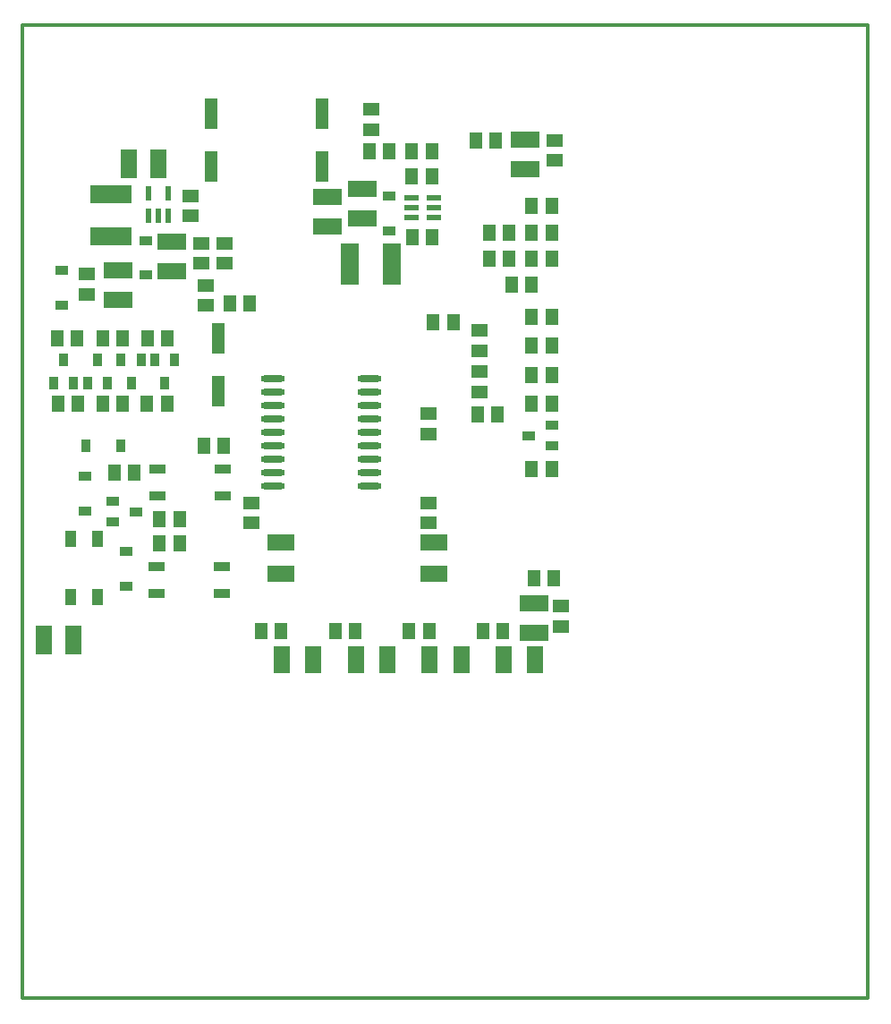
<source format=gtp>
G04 Layer_Color=8421504*
%FSLAX43Y43*%
%MOMM*%
G71*
G01*
G75*
%ADD10C,0.300*%
%ADD11R,1.500X2.600*%
%ADD12R,1.500X1.300*%
%ADD13R,2.600X1.500*%
%ADD14R,1.300X1.500*%
%ADD15R,1.200X3.000*%
%ADD16R,1.600X2.700*%
%ADD17R,2.700X1.600*%
%ADD18R,1.200X0.910*%
%ADD19R,4.000X1.700*%
%ADD20R,0.550X1.450*%
%ADD21R,0.550X1.450*%
%ADD22R,1.100X1.600*%
%ADD23R,0.910X1.200*%
%ADD24R,1.700X4.000*%
%ADD25R,1.300X0.850*%
%ADD26R,0.850X1.300*%
%ADD27O,2.300X0.600*%
%ADD28R,1.600X0.900*%
%ADD29R,1.450X0.550*%
%ADD30R,1.450X0.550*%
D10*
X0Y0D02*
Y92000D01*
X80000D01*
Y0D02*
Y92000D01*
X0Y0D02*
X80000D01*
D11*
X24500Y32000D02*
D03*
X27500D02*
D03*
X38500D02*
D03*
X41500D02*
D03*
X31500D02*
D03*
X34500D02*
D03*
X45500D02*
D03*
X48500D02*
D03*
D12*
X38400Y46850D02*
D03*
Y44950D02*
D03*
X21600Y46850D02*
D03*
Y44950D02*
D03*
X16850Y69500D02*
D03*
Y71400D02*
D03*
X19125Y69500D02*
D03*
Y71400D02*
D03*
X15850Y75900D02*
D03*
Y74000D02*
D03*
X50900Y35150D02*
D03*
Y37050D02*
D03*
X38400Y53350D02*
D03*
Y55250D02*
D03*
X17300Y65500D02*
D03*
Y67400D02*
D03*
X43200Y57350D02*
D03*
Y59250D02*
D03*
X33000Y84050D02*
D03*
Y82150D02*
D03*
X6075Y68475D02*
D03*
Y66575D02*
D03*
X43200Y63150D02*
D03*
Y61250D02*
D03*
X50300Y79250D02*
D03*
Y81150D02*
D03*
D13*
X38900Y40100D02*
D03*
Y43100D02*
D03*
X24400Y40100D02*
D03*
Y43100D02*
D03*
D14*
X24450Y34700D02*
D03*
X22550D02*
D03*
X45450D02*
D03*
X43550D02*
D03*
X38450D02*
D03*
X36550D02*
D03*
X31450D02*
D03*
X29550D02*
D03*
X36850Y71950D02*
D03*
X38750D02*
D03*
X21475Y65675D02*
D03*
X19575D02*
D03*
X44750Y81100D02*
D03*
X42850D02*
D03*
X48350Y39700D02*
D03*
X50250D02*
D03*
X43050Y55200D02*
D03*
X44950D02*
D03*
X44150Y69900D02*
D03*
X46050D02*
D03*
X46250Y67500D02*
D03*
X48150D02*
D03*
X50050Y69900D02*
D03*
X48150D02*
D03*
X48150Y72400D02*
D03*
X50050D02*
D03*
X44150D02*
D03*
X46050D02*
D03*
X48150Y74900D02*
D03*
X50050D02*
D03*
X50050Y58960D02*
D03*
X48150D02*
D03*
X48150Y50075D02*
D03*
X50050D02*
D03*
X50050Y64400D02*
D03*
X48150D02*
D03*
X50050Y61680D02*
D03*
X48150D02*
D03*
X48150Y56240D02*
D03*
X50050D02*
D03*
X10550Y49700D02*
D03*
X8650D02*
D03*
X7550Y56175D02*
D03*
X9450D02*
D03*
X19050Y52200D02*
D03*
X17150D02*
D03*
X11750Y56175D02*
D03*
X13650D02*
D03*
X5250D02*
D03*
X3350D02*
D03*
X13700Y62375D02*
D03*
X11800D02*
D03*
X3250D02*
D03*
X5150D02*
D03*
X12950Y45300D02*
D03*
X14850D02*
D03*
X7550Y62375D02*
D03*
X9450D02*
D03*
X14850Y43000D02*
D03*
X12950D02*
D03*
X38850Y63900D02*
D03*
X40750D02*
D03*
X38700Y80050D02*
D03*
X36800D02*
D03*
X34700D02*
D03*
X32800D02*
D03*
X36800Y77750D02*
D03*
X38700D02*
D03*
D15*
X17800Y83650D02*
D03*
Y78650D02*
D03*
X28350Y83650D02*
D03*
Y78650D02*
D03*
X18500Y62400D02*
D03*
Y57400D02*
D03*
D16*
X10000Y78900D02*
D03*
X12800D02*
D03*
X4800Y33900D02*
D03*
X2000D02*
D03*
D17*
X14075Y71525D02*
D03*
Y68725D02*
D03*
X47500Y81200D02*
D03*
Y78400D02*
D03*
X48400Y37300D02*
D03*
Y34500D02*
D03*
X28825Y72975D02*
D03*
Y75775D02*
D03*
X32150Y73750D02*
D03*
Y76550D02*
D03*
X9000Y66000D02*
D03*
Y68800D02*
D03*
D18*
X11650Y68390D02*
D03*
Y71660D02*
D03*
X5900Y49335D02*
D03*
Y46065D02*
D03*
X9800Y42235D02*
D03*
Y38965D02*
D03*
X34700Y72565D02*
D03*
Y75835D02*
D03*
X3700Y68835D02*
D03*
Y65565D02*
D03*
D19*
X8300Y76025D02*
D03*
Y72025D02*
D03*
D20*
X11875Y74000D02*
D03*
D21*
X12825Y74000D02*
D03*
X13775D02*
D03*
Y76150D02*
D03*
X11875D02*
D03*
D22*
X7100Y43450D02*
D03*
Y37950D02*
D03*
X4500D02*
D03*
Y43450D02*
D03*
D23*
X9235Y52200D02*
D03*
X5965D02*
D03*
D24*
X34925Y69400D02*
D03*
X30925D02*
D03*
D25*
X50100Y52250D02*
D03*
X50100Y54150D02*
D03*
X47900Y53200D02*
D03*
X8500Y46950D02*
D03*
X8500Y45050D02*
D03*
X10700Y46000D02*
D03*
D26*
X11200Y60375D02*
D03*
X9300Y60375D02*
D03*
X10250Y58175D02*
D03*
X6100Y58175D02*
D03*
X8000Y58175D02*
D03*
X7050Y60375D02*
D03*
X14350Y60375D02*
D03*
X12450Y60375D02*
D03*
X13400Y58175D02*
D03*
X2900Y58175D02*
D03*
X4800Y58175D02*
D03*
X3850Y60375D02*
D03*
D27*
X23700Y58590D02*
D03*
Y57320D02*
D03*
Y56050D02*
D03*
Y54780D02*
D03*
Y53510D02*
D03*
Y52240D02*
D03*
Y50970D02*
D03*
Y49700D02*
D03*
Y48430D02*
D03*
X32800Y58590D02*
D03*
Y57320D02*
D03*
Y56050D02*
D03*
Y54780D02*
D03*
Y53510D02*
D03*
Y52240D02*
D03*
Y50970D02*
D03*
Y49700D02*
D03*
Y48430D02*
D03*
D28*
X12725Y47475D02*
D03*
X18925D02*
D03*
Y50075D02*
D03*
X12725D02*
D03*
X18875Y40825D02*
D03*
X12675D02*
D03*
Y38225D02*
D03*
X18875D02*
D03*
D29*
X38925Y73800D02*
D03*
D30*
X38925Y74750D02*
D03*
Y75700D02*
D03*
X36775D02*
D03*
Y74750D02*
D03*
Y73800D02*
D03*
M02*

</source>
